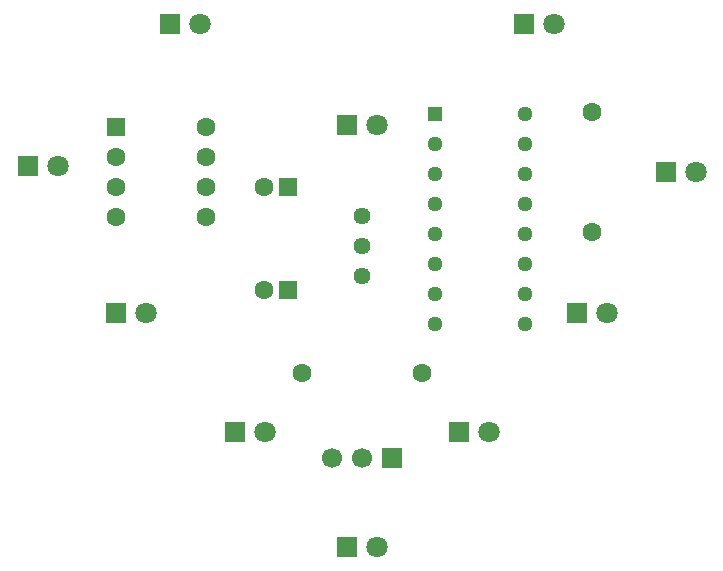
<source format=gts>
%TF.GenerationSoftware,KiCad,Pcbnew,9.0.6*%
%TF.CreationDate,2025-12-23T16:05:41-08:00*%
%TF.ProjectId,LED Chaser,4c454420-4368-4617-9365-722e6b696361,rev?*%
%TF.SameCoordinates,Original*%
%TF.FileFunction,Soldermask,Top*%
%TF.FilePolarity,Negative*%
%FSLAX46Y46*%
G04 Gerber Fmt 4.6, Leading zero omitted, Abs format (unit mm)*
G04 Created by KiCad (PCBNEW 9.0.6) date 2025-12-23 16:05:41*
%MOMM*%
%LPD*%
G01*
G04 APERTURE LIST*
G04 Aperture macros list*
%AMRoundRect*
0 Rectangle with rounded corners*
0 $1 Rounding radius*
0 $2 $3 $4 $5 $6 $7 $8 $9 X,Y pos of 4 corners*
0 Add a 4 corners polygon primitive as box body*
4,1,4,$2,$3,$4,$5,$6,$7,$8,$9,$2,$3,0*
0 Add four circle primitives for the rounded corners*
1,1,$1+$1,$2,$3*
1,1,$1+$1,$4,$5*
1,1,$1+$1,$6,$7*
1,1,$1+$1,$8,$9*
0 Add four rect primitives between the rounded corners*
20,1,$1+$1,$2,$3,$4,$5,0*
20,1,$1+$1,$4,$5,$6,$7,0*
20,1,$1+$1,$6,$7,$8,$9,0*
20,1,$1+$1,$8,$9,$2,$3,0*%
G04 Aperture macros list end*
%ADD10R,1.800000X1.800000*%
%ADD11C,1.800000*%
%ADD12RoundRect,0.250000X0.550000X0.550000X-0.550000X0.550000X-0.550000X-0.550000X0.550000X-0.550000X0*%
%ADD13C,1.600000*%
%ADD14RoundRect,0.250000X-0.550000X-0.550000X0.550000X-0.550000X0.550000X0.550000X-0.550000X0.550000X0*%
%ADD15R,1.295400X1.295400*%
%ADD16C,1.295400*%
%ADD17C,1.440000*%
%ADD18R,1.700000X1.700000*%
%ADD19C,1.700000*%
G04 APERTURE END LIST*
D10*
%TO.C,D10*%
X175730000Y-56000000D03*
D11*
X178270000Y-56000000D03*
%TD*%
D10*
%TO.C,D3*%
X121730000Y-55500000D03*
D11*
X124270000Y-55500000D03*
%TD*%
D10*
%TO.C,D4*%
X148730000Y-87750000D03*
D11*
X151270000Y-87750000D03*
%TD*%
D12*
%TO.C,C2*%
X143750000Y-57250000D03*
D13*
X141750000Y-57250000D03*
%TD*%
%TO.C,R2*%
X169500000Y-50920000D03*
X169500000Y-61080000D03*
%TD*%
%TO.C,R1*%
X155080000Y-73080000D03*
X144920000Y-73080000D03*
%TD*%
D10*
%TO.C,D9*%
X158230000Y-78000000D03*
D11*
X160770000Y-78000000D03*
%TD*%
D10*
%TO.C,D8*%
X139230000Y-78000000D03*
D11*
X141770000Y-78000000D03*
%TD*%
D10*
%TO.C,D7*%
X129230000Y-68000000D03*
D11*
X131770000Y-68000000D03*
%TD*%
D10*
%TO.C,D2*%
X148730000Y-52000000D03*
D11*
X151270000Y-52000000D03*
%TD*%
D14*
%TO.C,U1*%
X129195000Y-52190000D03*
D13*
X129195000Y-54730000D03*
X129195000Y-57270000D03*
X129195000Y-59810000D03*
X136815000Y-59810000D03*
X136815000Y-57270000D03*
X136815000Y-54730000D03*
X136815000Y-52190000D03*
%TD*%
D15*
%TO.C,U2*%
X156190000Y-51110000D03*
D16*
X156190000Y-53650000D03*
X156190000Y-56190000D03*
X156190000Y-58730000D03*
X156190000Y-61270000D03*
X156190000Y-63810000D03*
X156190000Y-66350000D03*
X156190000Y-68890000D03*
X163810000Y-68890000D03*
X163810000Y-66350000D03*
X163810000Y-63810000D03*
X163810000Y-61270000D03*
X163810000Y-58730000D03*
X163810000Y-56190000D03*
X163810000Y-53650000D03*
X163810000Y-51110000D03*
%TD*%
D17*
%TO.C,RV1*%
X150000000Y-59710000D03*
X150000000Y-62250000D03*
X150000000Y-64790000D03*
%TD*%
D10*
%TO.C,D5*%
X168230000Y-68000000D03*
D11*
X170770000Y-68000000D03*
%TD*%
D12*
%TO.C,C1*%
X143750000Y-66000000D03*
D13*
X141750000Y-66000000D03*
%TD*%
D10*
%TO.C,D1*%
X133730000Y-43500000D03*
D11*
X136270000Y-43500000D03*
%TD*%
D10*
%TO.C,D6*%
X163730000Y-43500000D03*
D11*
X166270000Y-43500000D03*
%TD*%
D18*
%TO.C,J1*%
X152555000Y-80225000D03*
D19*
X150015000Y-80225000D03*
X147475000Y-80225000D03*
%TD*%
M02*

</source>
